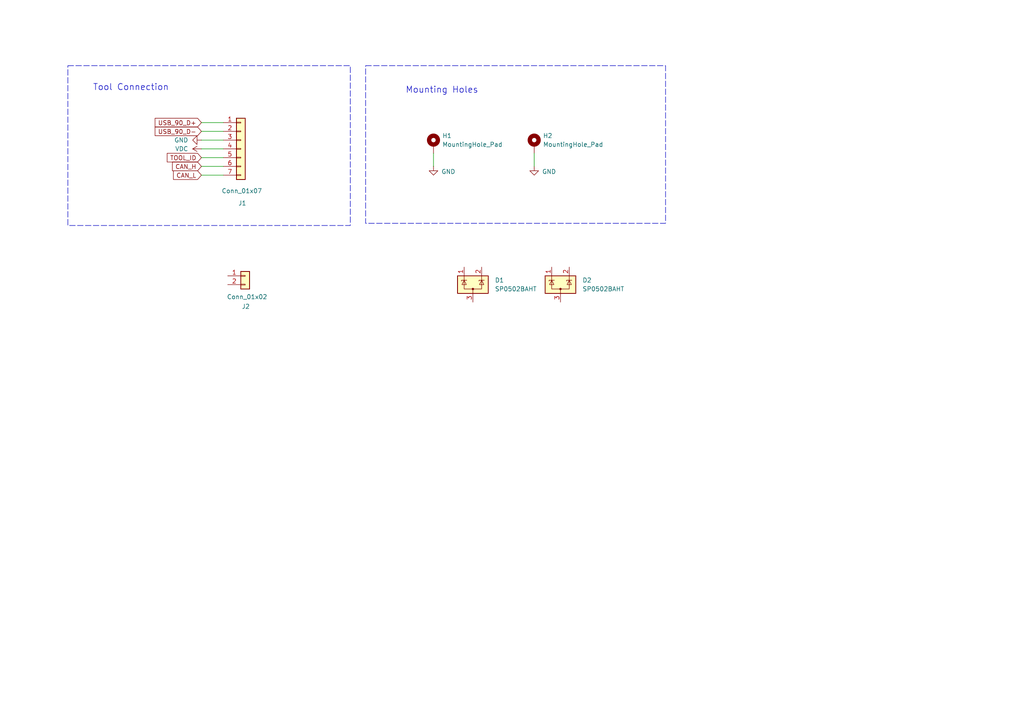
<source format=kicad_sch>
(kicad_sch (version 20250114) (generator "eeschema") (generator_version "9.0")
  (paper "A4")
  (lib_symbols
    (symbol "Connector_Generic:Conn_01x02" (pin_names (offset 1.016) (hide yes))
      (property "Reference" "J" (at 0 2.54 0))
      (property "Value" "Conn_01x02" (at 0 -5.08 0))
      (symbol "Conn_01x02_1_1"
        (rectangle (start -1.27 1.27) (end 1.27 -3.81) (stroke (width 0.254)) (fill (type background)))
        (rectangle (start -1.27 0.127) (end 0 -0.127) (stroke (width 0.1524)))
        (rectangle (start -1.27 -2.413) (end 0 -2.667) (stroke (width 0.1524)))
        (pin passive line (at -5.08 0 0) (length 3.81) (name "Pin_1") (number "1"))
        (pin passive line (at -5.08 -2.54 0) (length 3.81) (name "Pin_2") (number "2"))
      )
    )
    (symbol "Connector_Generic:Conn_01x07" (pin_names (offset 1.016) (hide yes))
      (property "Reference" "J" (at 0 10.16 0))
      (property "Value" "Conn_01x07" (at 0 -10.16 0))
      (symbol "Conn_01x07_1_1"
        (rectangle (start -1.27 8.89) (end 1.27 -8.89) (stroke (width 0.254)) (fill (type background)))
        (rectangle (start -1.27 7.747) (end 0 7.493) (stroke (width 0.1524)))
        (rectangle (start -1.27 5.207) (end 0 4.953) (stroke (width 0.1524)))
        (rectangle (start -1.27 2.667) (end 0 2.413) (stroke (width 0.1524)))
        (rectangle (start -1.27 0.127) (end 0 -0.127) (stroke (width 0.1524)))
        (rectangle (start -1.27 -2.413) (end 0 -2.667) (stroke (width 0.1524)))
        (rectangle (start -1.27 -4.953) (end 0 -5.207) (stroke (width 0.1524)))
        (rectangle (start -1.27 -7.493) (end 0 -7.747) (stroke (width 0.1524)))
        (pin passive line (at -5.08 7.62 0) (length 3.81) (name "Pin_1") (number "1"))
        (pin passive line (at -5.08 5.08 0) (length 3.81) (name "Pin_2") (number "2"))
        (pin passive line (at -5.08 2.54 0) (length 3.81) (name "Pin_3") (number "3"))
        (pin passive line (at -5.08 0 0) (length 3.81) (name "Pin_4") (number "4"))
        (pin passive line (at -5.08 -2.54 0) (length 3.81) (name "Pin_5") (number "5"))
        (pin passive line (at -5.08 -5.08 0) (length 3.81) (name "Pin_6") (number "6"))
        (pin passive line (at -5.08 -7.62 0) (length 3.81) (name "Pin_7") (number "7"))
      )
    )
    (symbol "Mechanical:MountingHole_Pad" (pin_numbers (hide yes)) (pin_names (offset 1.016) (hide yes)) (in_bom no)
      (property "Reference" "H" (at 0 6.35 0))
      (property "Value" "MountingHole_Pad" (at 0 4.445 0))
      (symbol "MountingHole_Pad_0_1"
        (circle (center 0 1.27) (radius 1.27) (stroke (width 1.27)))
      )
      (symbol "MountingHole_Pad_1_1"
        (pin input line (at 0 -2.54 90) (length 2.54) (name "1") (number "1"))
      )
    )
    (symbol "Power_Protection:SP0502BAHT" (pin_names (hide yes))
      (property "Reference" "D" (at 5.715 2.54 0))
      (property "Value" "SP0502BAHT" (at 5.715 0.635 0))
      (symbol "SP0502BAHT_0_0"
        (pin passive line (at 0 -5.08 90) (length 2.54) (name "A") (number "3"))
      )
      (symbol "SP0502BAHT_0_1"
        (rectangle (start -4.445 2.54) (end 4.445 -2.54) (stroke (width 0.254)) (fill (type background)))
        (polyline (pts (xy -3.302 1.016) (xy -3.302 1.27) (xy -1.905 1.27) (xy -1.778 1.27)))
        (polyline (pts (xy -2.54 2.54) (xy -2.54 1.27)))
        (polyline (pts (xy -2.54 1.27) (xy -2.54 -1.27) (xy 2.54 -1.27) (xy 2.54 1.27)))
        (polyline (pts (xy -2.54 1.27) (xy -1.905 0) (xy -3.175 0) (xy -2.54 1.27)))
        (polyline (pts (xy 0 -1.27) (xy 0 -2.54)))
        (circle (center 0 -1.27) (radius 0.254) (fill (type outline)))
        (polyline (pts (xy 1.778 1.016) (xy 1.778 1.27) (xy 3.175 1.27) (xy 3.302 1.27)))
        (polyline (pts (xy 2.54 2.54) (xy 2.54 1.27)))
        (polyline (pts (xy 2.54 1.27) (xy 1.905 0) (xy 3.175 0) (xy 2.54 1.27)))
      )
      (symbol "SP0502BAHT_1_1"
        (pin passive line (at -2.54 5.08 270) (length 2.54) (name "K") (number "1"))
        (pin passive line (at 2.54 5.08 270) (length 2.54) (name "K") (number "2"))
      )
    )
    (symbol "power:GND" (power) (pin_numbers (hide yes)) (pin_names (offset 0) (hide yes))
      (property "Value" "GND" (at 0 -3.81 0))
      (symbol "GND_0_1"
        (polyline (pts (xy 0 0) (xy 0 -1.27) (xy 1.27 -1.27) (xy 0 -2.54) (xy -1.27 -1.27) (xy 0 -1.27)))
      )
      (symbol "GND_1_1"
        (pin power_in line (at 0 0 270) (length 0) (name "~") (number "1"))
      )
    )
    (symbol "power:VDC" (power) (pin_numbers (hide yes)) (pin_names (offset 0) (hide yes))
      (property "Value" "VDC" (at 0 3.556 0))
      (symbol "VDC_0_1"
        (polyline (pts (xy -0.762 1.27) (xy 0 2.54)))
        (polyline (pts (xy 0 2.54) (xy 0.762 1.27)))
        (polyline (pts (xy 0 0) (xy 0 2.54)))
      )
      (symbol "VDC_1_1"
        (pin power_in line (at 0 0 90) (length 0) (name "~") (number "1"))
      )
    )
  )
  (rectangle (start 106.045 19.05) (end 193.04 64.77) (stroke (width 0) (type dash)))
  (rectangle (start 19.685 19.05) (end 101.6 65.405) (stroke (width 0) (type dash)))
  (text "Tool Connection" (at 26.924 24.384 0) (effects (font (size 1.8034 1.8034)) (justify left top)))
  (text "Mounting Holes" (at 117.602 25.146 0) (effects (font (size 1.8034 1.8034)) (justify left top)))
  (wire (pts (xy 58.42 38.1) (xy 64.77 38.1)))
  (wire (pts (xy 58.42 40.64) (xy 64.77 40.64)))
  (wire (pts (xy 58.42 35.56) (xy 64.77 35.56)))
  (wire (pts (xy 58.42 50.8) (xy 64.77 50.8)))
  (wire (pts (xy 58.42 43.18) (xy 64.77 43.18)))
  (wire (pts (xy 58.42 48.26) (xy 64.77 48.26)))
  (wire (pts (xy 125.73 48.26) (xy 125.73 44.45)))
  (wire (pts (xy 154.94 48.26) (xy 154.94 44.45)))
  (wire (pts (xy 58.42 45.72) (xy 64.77 45.72)))
  (global_label "USB_90_D+" (shape input) (at 58.42 35.56 180) (property "Intersheetrefs" "${INTERSHEET_REFS}" (effects (hide yes))))
  (global_label "CAN_H" (shape input) (at 58.42 48.26 180) (property "Intersheetrefs" "${INTERSHEET_REFS}" (effects (hide yes))))
  (global_label "CAN_L" (shape input) (at 58.42 50.8 180) (property "Intersheetrefs" "${INTERSHEET_REFS}" (effects (hide yes))))
  (global_label "TOOL_ID" (shape input) (at 58.42 45.72 180) (property "Intersheetrefs" "${INTERSHEET_REFS}" (effects (hide yes))))
  (global_label "USB_90_D-" (shape input) (at 58.42 38.1 180) (property "Intersheetrefs" "${INTERSHEET_REFS}" (effects (hide yes))))
  (symbol (lib_id "Connector_Generic:Conn_01x02") (at 71.12 80.01 0) (unit 1)
    (property "Reference" "J2" (at 70.104 88.9 0) (effects (justify left)))
    (property "Value" "Conn_01x02" (at 65.786 86.106 0) (effects (justify left)))
    (property "Footprint" "Vortac:Toolplate_Solderpoint_01x02_Power" (effects (hide yes)))
    (property "Description" "Generic connector, single row, 01x02, script generated (kicad-library-utils/schlib/autogen/connector/)" (effects (hide yes)))
  )
  (symbol (lib_id "Mechanical:MountingHole_Pad") (at 125.73 41.91 0) (unit 1) (in_bom no)
    (property "Reference" "H1" (at 128.27 39.3699 0) (effects (justify left)))
    (property "Value" "MountingHole_Pad" (at 128.27 41.9099 0) (effects (justify left)))
    (property "Footprint" "Vortac:MountingHole_2.2mm_M2_Pad_Via_NTR" (effects (hide yes)))
    (property "Description" "Mounting Hole with connection" (effects (hide yes)))
  )
  (symbol (lib_id "power:GND") (at 125.73 48.26 0) (unit 1)
    (property "Reference" "#PWR03" (effects (hide yes)))
    (property "Value" "GND" (at 130.048 49.784 0))
    (property "Description" "Power symbol creates a global label with name \"GND\" , ground" (effects (hide yes)))
  )
  (symbol (lib_id "Power_Protection:SP0502BAHT") (at 162.56 82.55 0) (unit 1)
    (property "Reference" "D2" (at 168.91 81.2799 0) (effects (justify left)))
    (property "Value" "SP0502BAHT" (at 168.91 83.8199 0) (effects (justify left)))
    (property "Footprint" "Package_TO_SOT_SMD:SOT-23" (effects (hide yes)))
    (property "Datasheet" "http://www.littelfuse.com/~/media/files/littelfuse/technical%20resources/documents/data%20sheets/sp05xxba.pdf" (effects (hide yes)))
    (property "Description" "TVS Diode Array, 5.5V Standoff, 2 Channels, SOT-23 package" (effects (hide yes)))
  )
  (symbol (lib_id "power:GND") (at 58.42 40.64 270) (unit 1)
    (property "Reference" "#PWR01" (effects (hide yes)))
    (property "Value" "GND" (at 54.61 40.6399 90) (effects (justify right)))
    (property "Description" "Power symbol creates a global label with name \"GND\" , ground" (effects (hide yes)))
  )
  (symbol (lib_id "power:GND") (at 154.94 48.26 0) (unit 1)
    (property "Reference" "#PWR04" (effects (hide yes)))
    (property "Value" "GND" (at 159.258 49.784 0))
    (property "Description" "Power symbol creates a global label with name \"GND\" , ground" (effects (hide yes)))
  )
  (symbol (lib_id "Connector_Generic:Conn_01x07") (at 69.85 43.18 0) (unit 1)
    (property "Reference" "J1" (at 69.088 58.928 0) (effects (justify left)))
    (property "Value" "Conn_01x07" (at 64.262 55.372 0) (effects (justify left)))
    (property "Footprint" "Vortac:mill-max-0881-1-15-20-82-14-11-0_LandingPads_ContactPad_PTH_2x1.5x1" (effects (hide yes)))
    (property "Description" "Generic connector, single row, 01x07, script generated (kicad-library-utils/schlib/autogen/connector/)" (effects (hide yes)))
  )
  (symbol (lib_id "Mechanical:MountingHole_Pad") (at 154.94 41.91 0) (unit 1) (in_bom no)
    (property "Reference" "H2" (at 157.48 39.3699 0) (effects (justify left)))
    (property "Value" "MountingHole_Pad" (at 157.48 41.9099 0) (effects (justify left)))
    (property "Footprint" "Vortac:MountingHole_2.2mm_M2_Pad_Via_NTR" (effects (hide yes)))
    (property "Description" "Mounting Hole with connection" (effects (hide yes)))
  )
  (symbol (lib_id "power:VDC") (at 58.42 43.18 90) (unit 1)
    (property "Reference" "#PWR02" (effects (hide yes)))
    (property "Value" "VDC" (at 54.61 43.1799 90) (effects (justify left)))
    (property "Description" "Power symbol creates a global label with name \"VDC\"" (effects (hide yes)))
  )
  (symbol (lib_id "Power_Protection:SP0502BAHT") (at 137.16 82.55 0) (unit 1)
    (property "Reference" "D1" (at 143.51 81.2799 0) (effects (justify left)))
    (property "Value" "SP0502BAHT" (at 143.51 83.8199 0) (effects (justify left)))
    (property "Footprint" "Package_TO_SOT_SMD:SOT-23" (effects (hide yes)))
    (property "Datasheet" "http://www.littelfuse.com/~/media/files/littelfuse/technical%20resources/documents/data%20sheets/sp05xxba.pdf" (effects (hide yes)))
    (property "Description" "TVS Diode Array, 5.5V Standoff, 2 Channels, SOT-23 package" (effects (hide yes)))
  )
)
</source>
